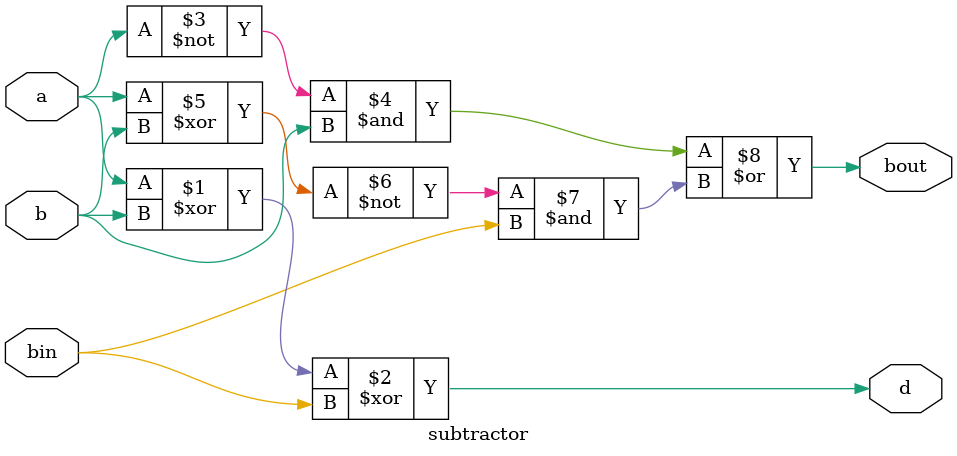
<source format=v>
module subtractor(a,b,bin,d,bout);
input a,b,bin;
output d,bout;
assign d= a^b^bin;
assign bout= (~a&b)|(~(a^b)&bin);
endmodule

</source>
